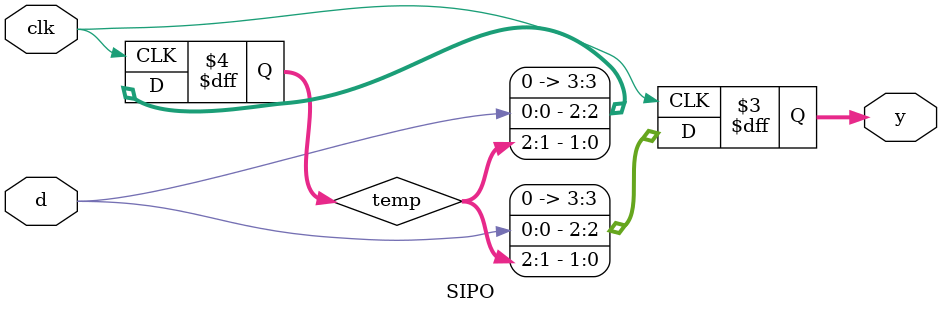
<source format=v>
`timescale 1ns / 1ps


module SIPO(d,y,clk);
	input d,clk;
	output reg [3:0] y;
	reg [3:0] temp;
	
	always@(posedge clk)
	begin
		temp[3] = d;
		temp = temp >> 1;
		y = temp;
	end

endmodule

</source>
